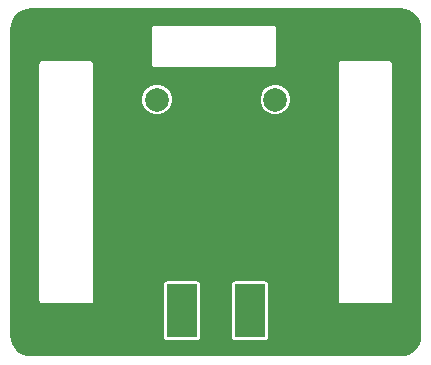
<source format=gtl>
G04*
G04 #@! TF.GenerationSoftware,Altium Limited,Altium Designer,21.7.2 (23)*
G04*
G04 Layer_Physical_Order=1*
G04 Layer_Color=255*
%FSLAX25Y25*%
%MOIN*%
G70*
G04*
G04 #@! TF.SameCoordinates,FE62E581-B11F-4354-8991-A981333A1506*
G04*
G04*
G04 #@! TF.FilePolarity,Positive*
G04*
G01*
G75*
%ADD12C,0.01968*%
%ADD13C,0.07874*%
G36*
X139129Y116962D02*
X140412Y116573D01*
X141594Y115941D01*
X142630Y115091D01*
X143480Y114055D01*
X144112Y112872D01*
X144501Y111590D01*
X144632Y110266D01*
X144630Y110256D01*
Y7894D01*
X144632Y7884D01*
X144501Y6560D01*
X144112Y5277D01*
X143480Y4095D01*
X142630Y3059D01*
X141594Y2209D01*
X140412Y1577D01*
X139129Y1188D01*
X137805Y1057D01*
X137795Y1059D01*
X14496D01*
X14486Y1057D01*
X13162Y1188D01*
X11879Y1577D01*
X10697Y2209D01*
X9661Y3059D01*
X8811Y4095D01*
X8179Y5277D01*
X7790Y6560D01*
X7659Y7884D01*
X7661Y7894D01*
Y110256D01*
X7659Y110266D01*
X7790Y111590D01*
X8179Y112872D01*
X8811Y114055D01*
X9661Y115091D01*
X10697Y115941D01*
X11879Y116573D01*
X13162Y116962D01*
X14486Y117092D01*
X14496Y117090D01*
X137795D01*
X137805Y117092D01*
X139129Y116962D01*
D02*
G37*
%LPC*%
G36*
X95204Y111296D02*
X55834D01*
X55436Y111216D01*
X55099Y110991D01*
X54874Y110654D01*
X54795Y110256D01*
Y98445D01*
X54874Y98047D01*
X55099Y97710D01*
X55436Y97484D01*
X55834Y97405D01*
X95204D01*
X95602Y97484D01*
X95939Y97710D01*
X96165Y98047D01*
X96244Y98445D01*
Y110256D01*
X96165Y110654D01*
X95939Y110991D01*
X95602Y111216D01*
X95204Y111296D01*
D02*
G37*
G36*
X96654Y91571D02*
X95354D01*
X94098Y91234D01*
X92973Y90584D01*
X92053Y89665D01*
X91403Y88539D01*
X91067Y87284D01*
Y85984D01*
X91403Y84728D01*
X92053Y83602D01*
X92973Y82683D01*
X94098Y82033D01*
X95354Y81697D01*
X96654D01*
X97910Y82033D01*
X99035Y82683D01*
X99954Y83602D01*
X100604Y84728D01*
X100941Y85984D01*
Y87284D01*
X100604Y88539D01*
X99954Y89665D01*
X99035Y90584D01*
X97910Y91234D01*
X96654Y91571D01*
D02*
G37*
G36*
X57284D02*
X55984D01*
X54728Y91234D01*
X53602Y90584D01*
X52683Y89665D01*
X52033Y88539D01*
X51697Y87284D01*
Y85984D01*
X52033Y84728D01*
X52683Y83602D01*
X53602Y82683D01*
X54728Y82033D01*
X55984Y81697D01*
X57284D01*
X58539Y82033D01*
X59665Y82683D01*
X60584Y83602D01*
X61234Y84728D01*
X61571Y85984D01*
Y87284D01*
X61234Y88539D01*
X60584Y89665D01*
X59665Y90584D01*
X58539Y91234D01*
X57284Y91571D01*
D02*
G37*
G36*
X133858Y99485D02*
X118110D01*
X117712Y99405D01*
X117375Y99180D01*
X117150Y98843D01*
X117071Y98445D01*
Y19717D01*
X117150Y19319D01*
X117375Y18982D01*
X117712Y18757D01*
X118110Y18677D01*
X133796D01*
X133858Y18665D01*
X134256Y18744D01*
X134593Y18970D01*
X134819Y19307D01*
X134898Y19705D01*
Y98445D01*
X134819Y98843D01*
X134593Y99180D01*
X134256Y99405D01*
X133858Y99485D01*
D02*
G37*
G36*
X34181D02*
X18433D01*
X18035Y99405D01*
X17697Y99180D01*
X17472Y98843D01*
X17393Y98445D01*
Y19705D01*
X17472Y19307D01*
X17697Y18970D01*
X18035Y18744D01*
X18433Y18665D01*
X34181D01*
X34578Y18744D01*
X34916Y18970D01*
X35141Y19307D01*
X35220Y19705D01*
Y98445D01*
X35141Y98843D01*
X34916Y99180D01*
X34578Y99405D01*
X34181Y99485D01*
D02*
G37*
G36*
X92500Y26020D02*
X82500D01*
X82110Y25942D01*
X81779Y25721D01*
X81558Y25390D01*
X81480Y25000D01*
Y7500D01*
X81558Y7110D01*
X81779Y6779D01*
X82110Y6558D01*
X82500Y6480D01*
X92500D01*
X92890Y6558D01*
X93221Y6779D01*
X93442Y7110D01*
X93520Y7500D01*
Y25000D01*
X93442Y25390D01*
X93221Y25721D01*
X92890Y25942D01*
X92500Y26020D01*
D02*
G37*
G36*
X70000D02*
X60000D01*
X59610Y25942D01*
X59279Y25721D01*
X59058Y25390D01*
X58980Y25000D01*
Y7500D01*
X59058Y7110D01*
X59279Y6779D01*
X59610Y6558D01*
X60000Y6480D01*
X70000D01*
X70390Y6558D01*
X70721Y6779D01*
X70942Y7110D01*
X71020Y7500D01*
Y25000D01*
X70942Y25390D01*
X70721Y25721D01*
X70390Y25942D01*
X70000Y26020D01*
D02*
G37*
%LPD*%
G36*
X92500Y7500D02*
X82500D01*
Y25000D01*
X92500D01*
Y7500D01*
D02*
G37*
G36*
X70000D02*
X60000D01*
Y25000D01*
X70000D01*
Y7500D01*
D02*
G37*
D12*
X90303Y21606D02*
D03*
Y18803D02*
D03*
Y16000D02*
D03*
Y13197D02*
D03*
Y10394D02*
D03*
X87500Y21606D02*
D03*
Y18803D02*
D03*
Y16000D02*
D03*
Y13197D02*
D03*
Y10394D02*
D03*
X84697Y21606D02*
D03*
Y18803D02*
D03*
Y16000D02*
D03*
Y13197D02*
D03*
Y10394D02*
D03*
X67803Y21606D02*
D03*
Y18803D02*
D03*
Y16000D02*
D03*
Y13197D02*
D03*
Y10394D02*
D03*
X65000Y21606D02*
D03*
Y18803D02*
D03*
Y16000D02*
D03*
Y13197D02*
D03*
Y10394D02*
D03*
X62197Y21606D02*
D03*
Y18803D02*
D03*
Y16000D02*
D03*
Y13197D02*
D03*
Y10394D02*
D03*
D13*
X56634Y86634D02*
D03*
X96004D02*
D03*
M02*

</source>
